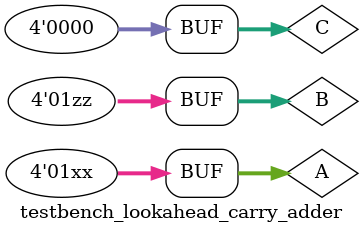
<source format=v>

 module testbench_lookahead_carry_adder;

  reg [3:0]A;
  reg [3:0]B;
  reg [3:0]C;

 lookahead_carry_adder tb(
             .a(A),
				 .b(B),
				 .cin(C),
				 .s(st),
				 .cg(cgt),
				 .cp(cpt)
				 );

           initial
            begin
				
				   A=4'b0001; B=4'b0011; C=0; 
				  #100
				   A=4'b0111; B=4'b0111; C=0; 
				  #100
				   A=4'b011x; B=4'b0111; C=0; 
				  #100
               A=4'b01xx; B=4'b01zz; C=0; 
				  
              end
            endmodule

</source>
